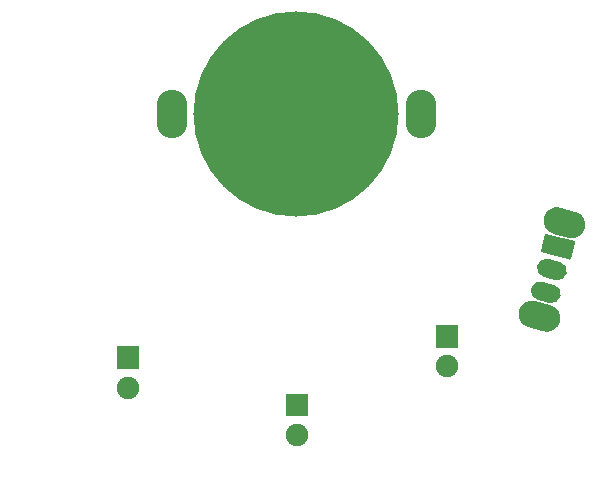
<source format=gbr>
%TF.GenerationSoftware,KiCad,Pcbnew,(5.1.8)-1*%
%TF.CreationDate,2021-01-11T11:59:15-08:00*%
%TF.ProjectId,v2attemptBlinky,76326174-7465-46d7-9074-426c696e6b79,rev?*%
%TF.SameCoordinates,Original*%
%TF.FileFunction,Soldermask,Bot*%
%TF.FilePolarity,Negative*%
%FSLAX46Y46*%
G04 Gerber Fmt 4.6, Leading zero omitted, Abs format (unit mm)*
G04 Created by KiCad (PCBNEW (5.1.8)-1) date 2021-01-11 11:59:15*
%MOMM*%
%LPD*%
G01*
G04 APERTURE LIST*
%ADD10O,2.600000X4.100000*%
%ADD11C,17.372000*%
%ADD12C,1.900000*%
G04 APERTURE END LIST*
%TO.C,SW1*%
G36*
G01*
X131990994Y-109113101D02*
X133246698Y-109449565D01*
G75*
G02*
X134059871Y-110858022I-297642J-1110815D01*
G01*
X134059871Y-110858022D01*
G75*
G02*
X132651414Y-111671195I-1110815J297642D01*
G01*
X131395710Y-111334731D01*
G75*
G02*
X130582537Y-109926274I297642J1110815D01*
G01*
X130582537Y-109926274D01*
G75*
G02*
X131990994Y-109113101I1110815J-297642D01*
G01*
G37*
G36*
G01*
X134113310Y-101192509D02*
X135369014Y-101528973D01*
G75*
G02*
X136182187Y-102937430I-297642J-1110815D01*
G01*
X136182187Y-102937430D01*
G75*
G02*
X134773730Y-103750603I-1110815J297642D01*
G01*
X133518026Y-103414139D01*
G75*
G02*
X132704853Y-102005682I297642J1110815D01*
G01*
X132704853Y-102005682D01*
G75*
G02*
X134113310Y-101192509I1110815J-297642D01*
G01*
G37*
G36*
G01*
X132588816Y-107461552D02*
X133554742Y-107720372D01*
G75*
G02*
X134120428Y-108700168I-207055J-772741D01*
G01*
X134120428Y-108700168D01*
G75*
G02*
X133140632Y-109265854I-772741J207055D01*
G01*
X132174706Y-109007034D01*
G75*
G02*
X131609020Y-108027238I207055J772741D01*
G01*
X131609020Y-108027238D01*
G75*
G02*
X132588816Y-107461552I772741J-207055D01*
G01*
G37*
G36*
G01*
X133106454Y-105529701D02*
X134072380Y-105788521D01*
G75*
G02*
X134638066Y-106768317I-207055J-772741D01*
G01*
X134638066Y-106768317D01*
G75*
G02*
X133658270Y-107334003I-772741J207055D01*
G01*
X132692344Y-107075183D01*
G75*
G02*
X132126658Y-106095387I207055J772741D01*
G01*
X132126658Y-106095387D01*
G75*
G02*
X133106454Y-105529701I772741J-207055D01*
G01*
G37*
G36*
G01*
X132899648Y-103403736D02*
X135314463Y-104050783D01*
G75*
G02*
X135349818Y-104112020I-12941J-48296D01*
G01*
X134961589Y-105560909D01*
G75*
G02*
X134900352Y-105596264I-48296J12941D01*
G01*
X132485537Y-104949217D01*
G75*
G02*
X132450182Y-104887980I12941J48296D01*
G01*
X132838411Y-103439091D01*
G75*
G02*
X132899648Y-103403736I48296J-12941D01*
G01*
G37*
%TD*%
D10*
%TO.C,BT1*%
X122300000Y-93300000D03*
X101218000Y-93300000D03*
D11*
X111759000Y-93300000D03*
%TD*%
%TO.C,D1*%
G36*
G01*
X96600000Y-112950000D02*
X98400000Y-112950000D01*
G75*
G02*
X98450000Y-113000000I0J-50000D01*
G01*
X98450000Y-114800000D01*
G75*
G02*
X98400000Y-114850000I-50000J0D01*
G01*
X96600000Y-114850000D01*
G75*
G02*
X96550000Y-114800000I0J50000D01*
G01*
X96550000Y-113000000D01*
G75*
G02*
X96600000Y-112950000I50000J0D01*
G01*
G37*
D12*
X97500000Y-116440000D03*
%TD*%
%TO.C,D2*%
G36*
G01*
X110900000Y-116950000D02*
X112700000Y-116950000D01*
G75*
G02*
X112750000Y-117000000I0J-50000D01*
G01*
X112750000Y-118800000D01*
G75*
G02*
X112700000Y-118850000I-50000J0D01*
G01*
X110900000Y-118850000D01*
G75*
G02*
X110850000Y-118800000I0J50000D01*
G01*
X110850000Y-117000000D01*
G75*
G02*
X110900000Y-116950000I50000J0D01*
G01*
G37*
X111800000Y-120440000D03*
%TD*%
%TO.C,D3*%
X124500000Y-114640000D03*
G36*
G01*
X123600000Y-111150000D02*
X125400000Y-111150000D01*
G75*
G02*
X125450000Y-111200000I0J-50000D01*
G01*
X125450000Y-113000000D01*
G75*
G02*
X125400000Y-113050000I-50000J0D01*
G01*
X123600000Y-113050000D01*
G75*
G02*
X123550000Y-113000000I0J50000D01*
G01*
X123550000Y-111200000D01*
G75*
G02*
X123600000Y-111150000I50000J0D01*
G01*
G37*
%TD*%
M02*

</source>
